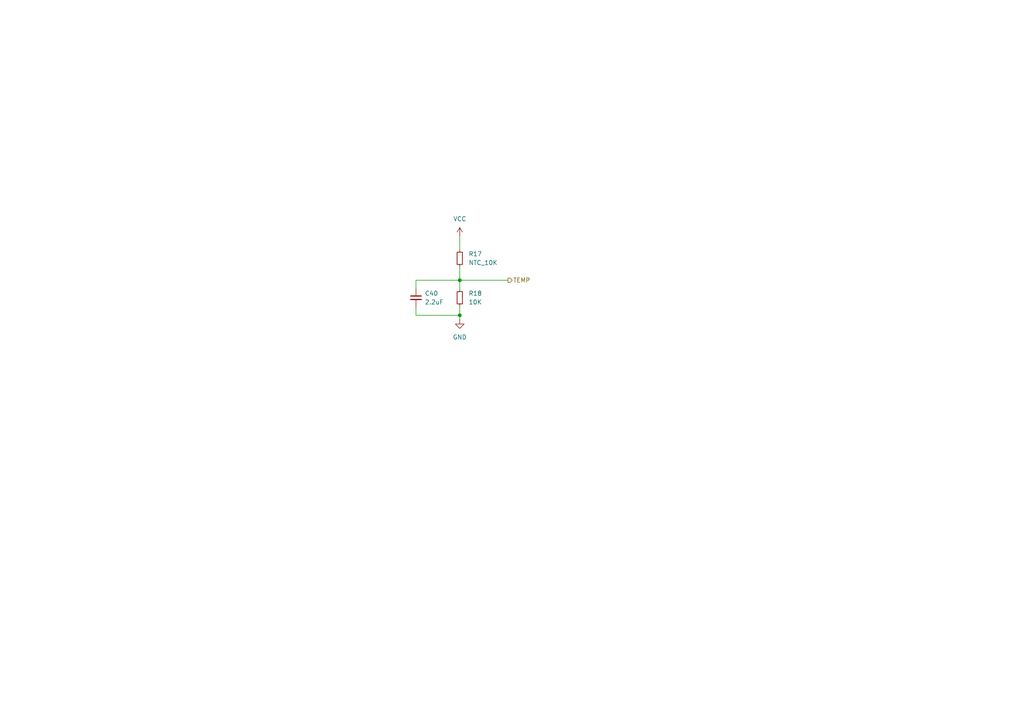
<source format=kicad_sch>
(kicad_sch (version 20231120) (generator "eeschema") (generator_version "8.0")
  (paper "A4")
  (lib_symbols
    (symbol "Device:C_Small" (pin_numbers hide) (pin_names (offset 0.254) hide)
      (property "Reference" "C" (at 0.254 1.778 0))
      (property "Value" "C_Small" (at 0.254 -2.032 0))
      (symbol "C_Small_0_1"
        (polyline (pts (xy -1.524 -0.508) (xy 1.524 -0.508)) (stroke (width 0.3302)))
        (polyline (pts (xy -1.524 0.508) (xy 1.524 0.508)) (stroke (width 0.3048)))
      )
      (symbol "C_Small_1_1"
        (pin passive line (at 0 2.54 270) (length 2.032) (name "~") (number "1"))
        (pin passive line (at 0 -2.54 90) (length 2.032) (name "~") (number "2"))
      )
    )
    (symbol "Device:R_Small" (pin_numbers hide) (pin_names (offset 0.254) hide)
      (property "Reference" "R" (at 0.762 0.508 0))
      (property "Value" "R_Small" (at 0.762 -1.016 0))
      (symbol "R_Small_0_1"
        (rectangle (start -0.762 1.778) (end 0.762 -1.778) (stroke (width 0.2032)))
      )
      (symbol "R_Small_1_1"
        (pin passive line (at 0 2.54 270) (length 0.762) (name "~") (number "1"))
        (pin passive line (at 0 -2.54 90) (length 0.762) (name "~") (number "2"))
      )
    )
    (symbol "power:GND" (power) (pin_numbers hide) (pin_names (offset 0) hide)
      (property "Value" "GND" (at 0 -3.81 0))
      (symbol "GND_0_1"
        (polyline (pts (xy 0 0) (xy 0 -1.27) (xy 1.27 -1.27) (xy 0 -2.54) (xy -1.27 -1.27) (xy 0 -1.27)))
      )
      (symbol "GND_1_1"
        (pin power_in line (at 0 0 270) (length 0) (name "~") (number "1"))
      )
    )
    (symbol "power:VCC" (power) (pin_numbers hide) (pin_names (offset 0) hide)
      (property "Value" "VCC" (at 0 3.556 0))
      (symbol "VCC_0_1"
        (polyline (pts (xy -0.762 1.27) (xy 0 2.54)))
        (polyline (pts (xy 0 0) (xy 0 2.54)))
        (polyline (pts (xy 0 2.54) (xy 0.762 1.27)))
      )
      (symbol "VCC_1_1"
        (pin power_in line (at 0 0 90) (length 0) (name "~") (number "1"))
      )
    )
  )
  (junction (at 133.35 81.28))
  (junction (at 133.35 91.44))
  (wire (pts (xy 133.35 91.44) (xy 133.35 92.71)))
  (wire (pts (xy 133.35 81.28) (xy 147.32 81.28)))
  (wire (pts (xy 120.65 81.28) (xy 133.35 81.28)))
  (wire (pts (xy 133.35 81.28) (xy 133.35 83.82)))
  (wire (pts (xy 120.65 88.9) (xy 120.65 91.44)))
  (wire (pts (xy 133.35 68.58) (xy 133.35 72.39)))
  (wire (pts (xy 120.65 91.44) (xy 133.35 91.44)))
  (wire (pts (xy 120.65 83.82) (xy 120.65 81.28)))
  (wire (pts (xy 133.35 77.47) (xy 133.35 81.28)))
  (wire (pts (xy 133.35 88.9) (xy 133.35 91.44)))
  (hierarchical_label "TEMP" (shape output) (at 147.32 81.28 0))
  (symbol (lib_id "Device:R_Small") (at 133.35 74.93 0) (unit 1)
    (property "Reference" "R17" (at 135.89 73.6599 0) (effects (justify left)))
    (property "Value" "NTC_10K" (at 135.89 76.1999 0) (effects (justify left)))
    (property "Footprint" "Resistor_SMD:R_0603_1608Metric" (effects (hide yes)))
    (property "Description" "Resistor, small symbol" (effects (hide yes)))
  )
  (symbol (lib_id "Device:C_Small") (at 120.65 86.36 0) (unit 1)
    (property "Reference" "C40" (at 123.19 85.0962 0) (effects (justify left)))
    (property "Value" "2.2uF" (at 123.19 87.6362 0) (effects (justify left)))
    (property "Footprint" "Capacitor_SMD:C_0603_1608Metric" (effects (hide yes)))
    (property "Description" "Unpolarized capacitor, small symbol" (effects (hide yes)))
  )
  (symbol (lib_id "power:GND") (at 133.35 92.71 0) (unit 1)
    (property "Reference" "#PWR039" (effects (hide yes)))
    (property "Value" "GND" (at 133.35 97.79 0))
    (property "Description" "Power symbol creates a global label with name \"GND\" , ground" (effects (hide yes)))
  )
  (symbol (lib_id "Device:R_Small") (at 133.35 86.36 0) (unit 1)
    (property "Reference" "R18" (at 135.89 85.0899 0) (effects (justify left)))
    (property "Value" "10K" (at 135.89 87.6299 0) (effects (justify left)))
    (property "Footprint" "Resistor_SMD:R_0603_1608Metric" (effects (hide yes)))
    (property "Description" "Resistor, small symbol" (effects (hide yes)))
  )
  (symbol (lib_id "power:VCC") (at 133.35 68.58 0) (unit 1)
    (property "Reference" "#PWR038" (effects (hide yes)))
    (property "Value" "VCC" (at 133.35 63.5 0))
    (property "Description" "Power symbol creates a global label with name \"VCC\"" (effects (hide yes)))
  )
)
</source>
